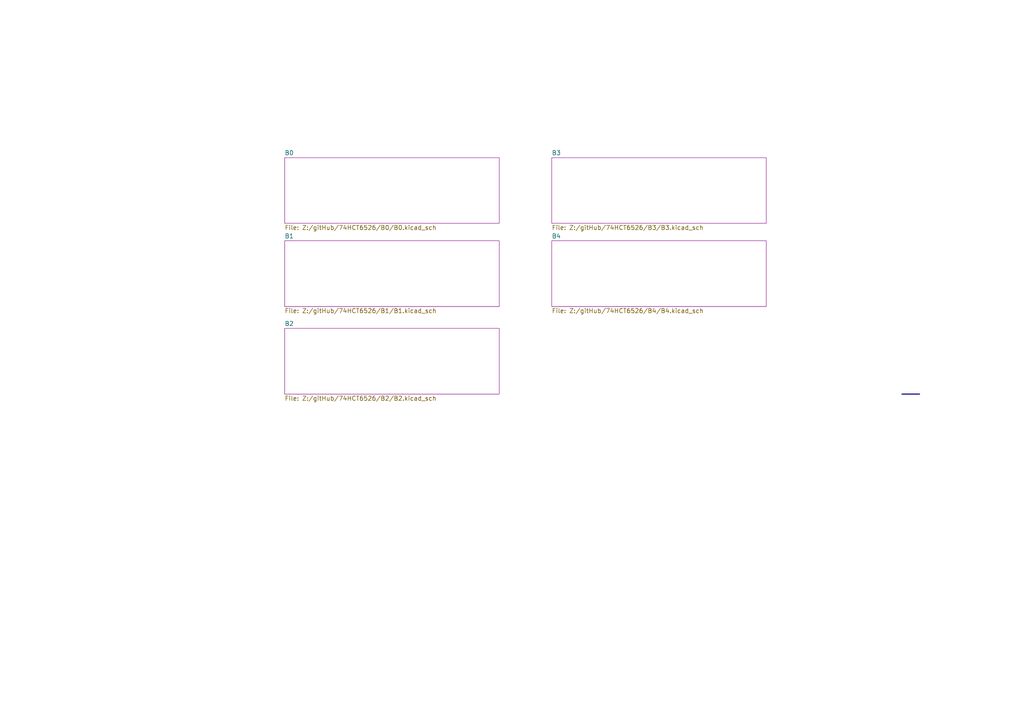
<source format=kicad_sch>
(kicad_sch (version 20211123) (generator eeschema)
  (paper "A4")
  (lib_symbols)
  (bus_alias "DATABUS" (members "D[0..7]" "DZ[0..7]"))
  (bus_alias "ENABLEBUS" (members "~{EN[0..15]}"))
  (bus_alias "CONTROLBUS" (members "TASTART" "CNT" "SP" "PHI2" "~{FLAG}" "TOD" "TAPULSE" "TBPULSE" "TODIRQ" "~{IRQ}" "PB6ON" "PB7ON" "TAOUT" "TBOUT" "SPMODE" "TODIN" "ALARM" "ENABLE_NAND" "TARUNMODE" "~{RES}"))
  (bus (pts (xy 261.62 114.3) (xy 266.7 114.3)))
  (sheet (at 82.55 95.25) (size 62.23 19.05) (stroke (width 0.001) (color 132 0 132 1)) (fill (color 255 255 255 0.0000))
    (property "Sheet name" "B2" (at 82.55 94.6141 0) (effects (justify left bottom)))
    (property "Sheet file" "Z:\\gitHub\\74HCT6526\\B2\\B2.kicad_sch" (at 82.55 114.8089 0) (effects (justify left top)))
  )
  (sheet (at 160.02 45.72) (size 62.23 19.05) (stroke (width 0.001) (color 132 0 132 1)) (fill (color 255 255 255 0.0000))
    (property "Sheet name" "B3" (at 160.02 45.0841 0) (effects (justify left bottom)))
    (property "Sheet file" "Z:\\gitHub\\74HCT6526\\B3\\B3.kicad_sch" (at 160.02 65.2789 0) (effects (justify left top)))
  )
  (sheet (at 82.55 69.85) (size 62.23 19.05) (stroke (width 0.001) (color 132 0 132 1)) (fill (color 255 255 255 0.0000))
    (property "Sheet name" "B1" (at 82.55 69.2141 0) (effects (justify left bottom)))
    (property "Sheet file" "Z:\\gitHub\\74HCT6526\\B1\\B1.kicad_sch" (at 82.55 89.4089 0) (effects (justify left top)))
  )
  (sheet (at 160.02 69.85) (size 62.23 19.05) (stroke (width 0.001) (color 132 0 132 1)) (fill (color 255 255 255 0.0000))
    (property "Sheet name" "B4" (at 160.02 69.2141 0) (effects (justify left bottom)))
    (property "Sheet file" "Z:\\gitHub\\74HCT6526\\B4\\B4.kicad_sch" (at 160.02 89.4089 0) (effects (justify left top)))
  )
  (sheet (at 82.55 45.72) (size 62.23 19.05) (stroke (width 0.001) (color 132 0 132 1)) (fill (color 255 255 255 0.0000))
    (property "Sheet name" "B0" (at 82.55 45.0841 0) (effects (justify left bottom)))
    (property "Sheet file" "Z:\\gitHub\\74HCT6526\\B0\\B0.kicad_sch" (at 82.55 65.2789 0) (effects (justify left top)))
  )
)
</source>
